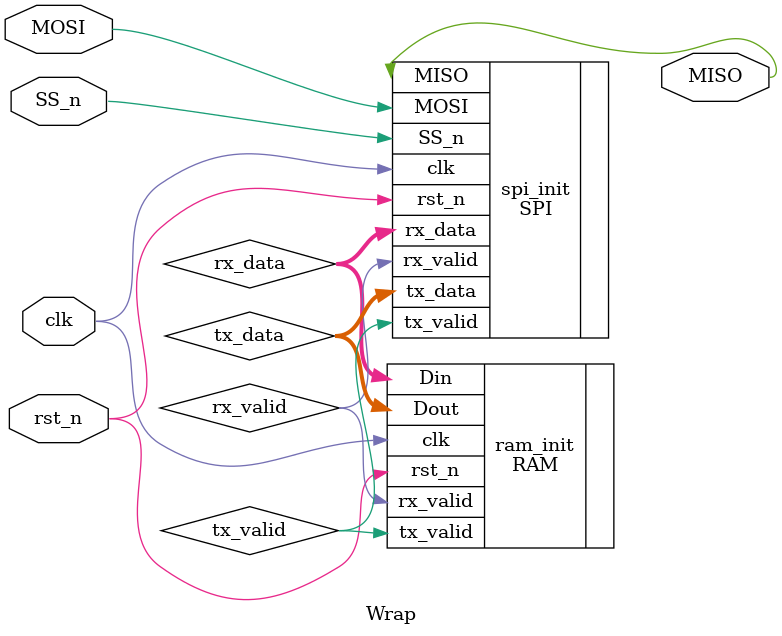
<source format=v>
module Wrap (MOSI, SS_n, clk, rst_n, MISO);
    
    input MOSI, SS_n, clk, rst_n;
    output MISO;

    wire tx_valid, clk, rst_n;
    wire [7:0] tx_data;

    wire rx_valid;
    wire [9:0] rx_data;

    RAM ram_init(.Din(rx_data), .rx_valid(rx_valid), .clk(clk), 
                 .rst_n(rst_n), .Dout(tx_data), .tx_valid(tx_valid));
                 
    SPI spi_init(.MOSI(MOSI), .SS_n(SS_n), .tx_data(tx_data), 
                 .tx_valid(tx_valid), .clk(clk), .rst_n(rst_n), 
                 .MISO(MISO), .rx_valid(rx_valid), .rx_data(rx_data));
endmodule
</source>
